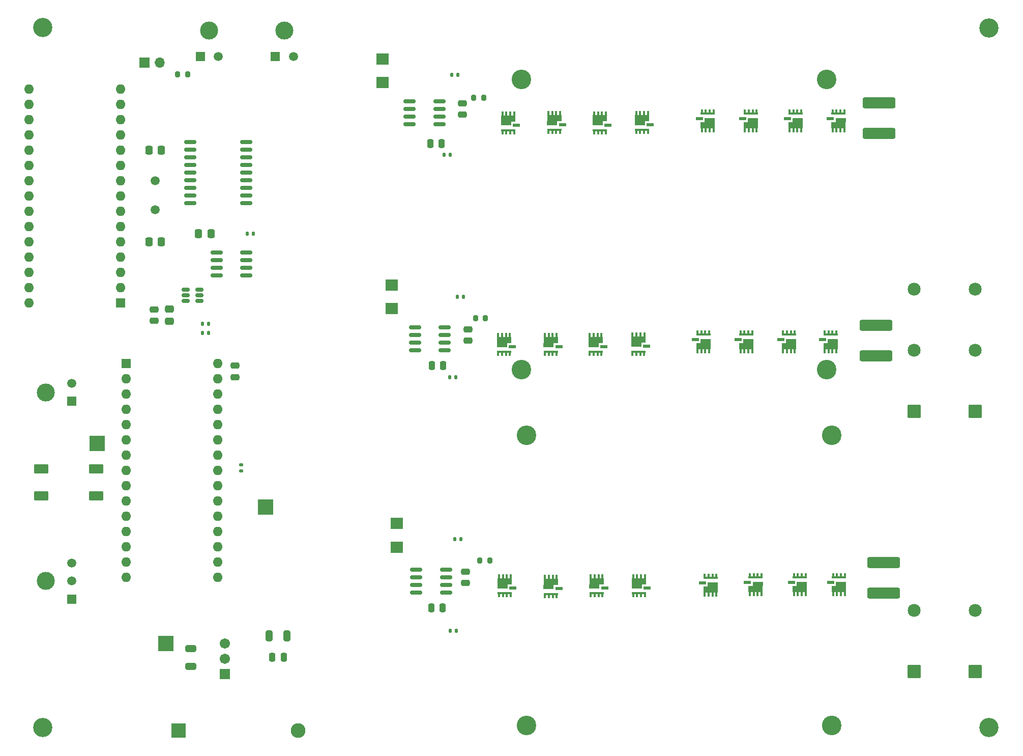
<source format=gbr>
%TF.GenerationSoftware,KiCad,Pcbnew,8.0.6*%
%TF.CreationDate,2025-02-10T16:04:45-08:00*%
%TF.ProjectId,Urban MC,55726261-6e20-44d4-932e-6b696361645f,rev?*%
%TF.SameCoordinates,Original*%
%TF.FileFunction,Soldermask,Top*%
%TF.FilePolarity,Negative*%
%FSLAX46Y46*%
G04 Gerber Fmt 4.6, Leading zero omitted, Abs format (unit mm)*
G04 Created by KiCad (PCBNEW 8.0.6) date 2025-02-10 16:04:45*
%MOMM*%
%LPD*%
G01*
G04 APERTURE LIST*
G04 Aperture macros list*
%AMRoundRect*
0 Rectangle with rounded corners*
0 $1 Rounding radius*
0 $2 $3 $4 $5 $6 $7 $8 $9 X,Y pos of 4 corners*
0 Add a 4 corners polygon primitive as box body*
4,1,4,$2,$3,$4,$5,$6,$7,$8,$9,$2,$3,0*
0 Add four circle primitives for the rounded corners*
1,1,$1+$1,$2,$3*
1,1,$1+$1,$4,$5*
1,1,$1+$1,$6,$7*
1,1,$1+$1,$8,$9*
0 Add four rect primitives between the rounded corners*
20,1,$1+$1,$2,$3,$4,$5,0*
20,1,$1+$1,$4,$5,$6,$7,0*
20,1,$1+$1,$6,$7,$8,$9,0*
20,1,$1+$1,$8,$9,$2,$3,0*%
G04 Aperture macros list end*
%ADD10R,2.500000X2.500000*%
%ADD11R,2.159000X1.955800*%
%ADD12R,1.600000X1.600000*%
%ADD13O,1.600000X1.600000*%
%ADD14R,0.352929X0.699409*%
%ADD15R,0.350530X0.697086*%
%ADD16R,0.350126X0.696498*%
%ADD17R,0.350020X0.696562*%
%ADD18R,2.410000X0.988448*%
%ADD19R,1.680000X0.665000*%
%ADD20R,2.360000X0.408068*%
%ADD21R,0.410000X0.805448*%
%ADD22R,0.409998X0.805000*%
%ADD23R,0.410000X0.805000*%
%ADD24R,1.160000X0.560000*%
%ADD25C,3.250000*%
%ADD26RoundRect,0.250000X-0.250000X-0.475000X0.250000X-0.475000X0.250000X0.475000X-0.250000X0.475000X0*%
%ADD27RoundRect,0.135000X-0.135000X-0.185000X0.135000X-0.185000X0.135000X0.185000X-0.135000X0.185000X0*%
%ADD28R,1.520000X1.520000*%
%ADD29C,1.520000*%
%ADD30C,2.999999*%
%ADD31RoundRect,0.200000X-0.200000X-0.275000X0.200000X-0.275000X0.200000X0.275000X-0.200000X0.275000X0*%
%ADD32C,1.500000*%
%ADD33RoundRect,0.102000X0.975000X-0.975000X0.975000X0.975000X-0.975000X0.975000X-0.975000X-0.975000X0*%
%ADD34C,2.154000*%
%ADD35RoundRect,0.250000X0.337500X0.475000X-0.337500X0.475000X-0.337500X-0.475000X0.337500X-0.475000X0*%
%ADD36RoundRect,0.250000X2.450000X-0.650000X2.450000X0.650000X-2.450000X0.650000X-2.450000X-0.650000X0*%
%ADD37C,3.200000*%
%ADD38R,1.700000X1.700000*%
%ADD39O,1.700000X1.700000*%
%ADD40RoundRect,0.250000X-0.475000X0.250000X-0.475000X-0.250000X0.475000X-0.250000X0.475000X0.250000X0*%
%ADD41RoundRect,0.250000X0.475000X-0.250000X0.475000X0.250000X-0.475000X0.250000X-0.475000X-0.250000X0*%
%ADD42RoundRect,0.150000X-0.825000X-0.150000X0.825000X-0.150000X0.825000X0.150000X-0.825000X0.150000X0*%
%ADD43RoundRect,0.150000X-0.875000X-0.150000X0.875000X-0.150000X0.875000X0.150000X-0.875000X0.150000X0*%
%ADD44RoundRect,0.200000X0.200000X0.275000X-0.200000X0.275000X-0.200000X-0.275000X0.200000X-0.275000X0*%
%ADD45RoundRect,0.135000X0.185000X-0.135000X0.185000X0.135000X-0.185000X0.135000X-0.185000X-0.135000X0*%
%ADD46RoundRect,0.250000X0.325000X0.650000X-0.325000X0.650000X-0.325000X-0.650000X0.325000X-0.650000X0*%
%ADD47RoundRect,0.250000X0.250000X0.475000X-0.250000X0.475000X-0.250000X-0.475000X0.250000X-0.475000X0*%
%ADD48RoundRect,0.150000X-0.512500X-0.150000X0.512500X-0.150000X0.512500X0.150000X-0.512500X0.150000X0*%
%ADD49RoundRect,0.250000X0.475000X-0.337500X0.475000X0.337500X-0.475000X0.337500X-0.475000X-0.337500X0*%
%ADD50RoundRect,0.102000X-1.125000X-1.125000X1.125000X-1.125000X1.125000X1.125000X-1.125000X1.125000X0*%
%ADD51C,2.454000*%
%ADD52RoundRect,0.250000X-0.650000X0.325000X-0.650000X-0.325000X0.650000X-0.325000X0.650000X0.325000X0*%
%ADD53RoundRect,0.102000X1.050000X0.700000X-1.050000X0.700000X-1.050000X-0.700000X1.050000X-0.700000X0*%
%ADD54RoundRect,0.102000X0.754000X-0.754000X0.754000X0.754000X-0.754000X0.754000X-0.754000X-0.754000X0*%
%ADD55C,1.712000*%
G04 APERTURE END LIST*
D10*
%TO.C,TP3-48V*%
X134112000Y-112649000D03*
%TD*%
%TO.C,TP2-12V*%
X117475000Y-135382000D03*
%TD*%
%TO.C,TP1-5V*%
X106045000Y-102108000D03*
%TD*%
D11*
%TO.C,D3*%
X155937643Y-115405467D03*
X155937643Y-119342467D03*
%TD*%
%TO.C,D2*%
X155067000Y-75755500D03*
X155067000Y-79692500D03*
%TD*%
%TO.C,D1*%
X153543000Y-38173500D03*
X153543000Y-42110500D03*
%TD*%
D12*
%TO.C,A2-CAN*%
X109982000Y-78740000D03*
D13*
X109982000Y-76200000D03*
X109982000Y-73660000D03*
X109982000Y-71120000D03*
X109982000Y-68580000D03*
X109982000Y-66040000D03*
X109982000Y-63500000D03*
X109982000Y-60960000D03*
X109982000Y-58420000D03*
X109982000Y-55880000D03*
X109982000Y-53340000D03*
X109982000Y-50800000D03*
X109982000Y-48260000D03*
X109982000Y-45720000D03*
X109982000Y-43180000D03*
X94742000Y-43180000D03*
X94742000Y-45720000D03*
X94742000Y-48260000D03*
X94742000Y-50800000D03*
X94742000Y-53340000D03*
X94742000Y-55880000D03*
X94742000Y-58420000D03*
X94742000Y-60960000D03*
X94742000Y-63500000D03*
X94742000Y-66040000D03*
X94742000Y-68580000D03*
X94742000Y-71120000D03*
X94742000Y-73660000D03*
X94742000Y-76200000D03*
X94742000Y-78740000D03*
%TD*%
D12*
%TO.C,A1-Motor Control*%
X110871000Y-88773000D03*
D13*
X110871000Y-91313000D03*
X110871000Y-93853000D03*
X110871000Y-96393000D03*
X110871000Y-98933000D03*
X110871000Y-101473000D03*
X110871000Y-104013000D03*
X110871000Y-106553000D03*
X110871000Y-109093000D03*
X110871000Y-111633000D03*
X110871000Y-114173000D03*
X110871000Y-116713000D03*
X110871000Y-119253000D03*
X110871000Y-121793000D03*
X110871000Y-124333000D03*
X126111000Y-124333000D03*
X126111000Y-121793000D03*
X126111000Y-119253000D03*
X126111000Y-116713000D03*
X126111000Y-114173000D03*
X126111000Y-111633000D03*
X126111000Y-109093000D03*
X126111000Y-106553000D03*
X126111000Y-104013000D03*
X126111000Y-101473000D03*
X126111000Y-98933000D03*
X126111000Y-96393000D03*
X126111000Y-93853000D03*
X126111000Y-91313000D03*
X126111000Y-88773000D03*
%TD*%
D14*
%TO.C,Q17*%
X174886013Y-124208374D03*
D15*
X173585428Y-124209504D03*
D16*
X174235079Y-124209721D03*
D17*
X172935140Y-124209752D03*
D18*
X173910143Y-125052243D03*
D19*
X173545143Y-125878967D03*
D20*
X173907643Y-127010501D03*
D21*
X174882643Y-127263743D03*
D22*
X174232642Y-127263967D03*
D23*
X173582643Y-127263967D03*
D22*
X172932644Y-127263967D03*
D24*
X175257643Y-126156467D03*
%TD*%
D25*
%TO.C,HEATSINK*%
X177506000Y-100737252D03*
X177506000Y-148997252D03*
X228306000Y-100737252D03*
X228306000Y-148997252D03*
%TD*%
D26*
%TO.C,C3*%
X161483000Y-52207000D03*
X163383000Y-52207000D03*
%TD*%
D27*
%TO.C,R9*%
X164717000Y-91059000D03*
X165737000Y-91059000D03*
%TD*%
D14*
%TO.C,Q18*%
X182541013Y-124315874D03*
D15*
X181240428Y-124317004D03*
D16*
X181890079Y-124317221D03*
D17*
X180590140Y-124317252D03*
D18*
X181565143Y-125159743D03*
D19*
X181200143Y-125986467D03*
D20*
X181562643Y-127118001D03*
D21*
X182537643Y-127371243D03*
D22*
X181887642Y-127371467D03*
D23*
X181237643Y-127371467D03*
D22*
X180587644Y-127371467D03*
D24*
X182912643Y-126263967D03*
%TD*%
D28*
%TO.C,HallConnectors1*%
X101855999Y-127967999D03*
D29*
X101855999Y-124968000D03*
X101855999Y-121968001D03*
D30*
X97536000Y-124968000D03*
%TD*%
D31*
%TO.C,R11*%
X169736000Y-121539000D03*
X171386000Y-121539000D03*
%TD*%
D14*
%TO.C,Q9*%
X197118013Y-84019204D03*
D15*
X195817428Y-84020334D03*
D16*
X196467079Y-84020551D03*
D17*
X195167140Y-84020582D03*
D18*
X196142143Y-84863073D03*
D19*
X195777143Y-85689797D03*
D20*
X196139643Y-86821331D03*
D21*
X197114643Y-87074573D03*
D22*
X196464642Y-87074797D03*
D23*
X195814643Y-87074797D03*
D22*
X195164644Y-87074797D03*
D24*
X197489643Y-85967297D03*
%TD*%
D27*
%TO.C,R4*%
X131062000Y-67183000D03*
X132082000Y-67183000D03*
%TD*%
D14*
%TO.C,Q14*%
X213123242Y-86762365D03*
D15*
X214423827Y-86761235D03*
D16*
X213774176Y-86761018D03*
D17*
X215074115Y-86760987D03*
D18*
X214099112Y-85918496D03*
D19*
X214464112Y-85091772D03*
D20*
X214101612Y-83960238D03*
D21*
X213126612Y-83706996D03*
D22*
X213776613Y-83706772D03*
D23*
X214426612Y-83706772D03*
D22*
X215076611Y-83706772D03*
D24*
X212751612Y-84814272D03*
%TD*%
D14*
%TO.C,Q21*%
X207178606Y-127259093D03*
D15*
X208479191Y-127257963D03*
D16*
X207829540Y-127257746D03*
D17*
X209129479Y-127257715D03*
D18*
X208154476Y-126415224D03*
D19*
X208519476Y-125588500D03*
D20*
X208156976Y-124456966D03*
D21*
X207181976Y-124203724D03*
D22*
X207831977Y-124203500D03*
D23*
X208481976Y-124203500D03*
D22*
X209131975Y-124203500D03*
D24*
X206806976Y-125311000D03*
%TD*%
D14*
%TO.C,Q12*%
X174752870Y-84070907D03*
D15*
X173452285Y-84072037D03*
D16*
X174101936Y-84072254D03*
D17*
X172801997Y-84072285D03*
D18*
X173777000Y-84914776D03*
D19*
X173412000Y-85741500D03*
D20*
X173774500Y-86873034D03*
D21*
X174749500Y-87126276D03*
D22*
X174099499Y-87126500D03*
D23*
X173449500Y-87126500D03*
D22*
X172799501Y-87126500D03*
D24*
X175124500Y-86019000D03*
%TD*%
D32*
%TO.C,Y1*%
X115697000Y-58383000D03*
X115697000Y-63263000D03*
%TD*%
D33*
%TO.C,J4*%
X242062000Y-140047500D03*
D34*
X242062000Y-129887500D03*
D33*
X252222000Y-140047500D03*
D34*
X252222000Y-129887500D03*
%TD*%
D26*
%TO.C,C11*%
X161657643Y-129438967D03*
X163557643Y-129438967D03*
%TD*%
D14*
%TO.C,Q10*%
X189992870Y-84070907D03*
D15*
X188692285Y-84072037D03*
D16*
X189341936Y-84072254D03*
D17*
X188041997Y-84072285D03*
D18*
X189017000Y-84914776D03*
D19*
X188652000Y-85741500D03*
D20*
X189014500Y-86873034D03*
D21*
X189989500Y-87126276D03*
D22*
X189339499Y-87126500D03*
D23*
X188689500Y-87126500D03*
D22*
X188039501Y-87126500D03*
D24*
X190364500Y-86019000D03*
%TD*%
D14*
%TO.C,Q8*%
X228466130Y-50011559D03*
D15*
X229766715Y-50010429D03*
D16*
X229117064Y-50010212D03*
D17*
X230417003Y-50010181D03*
D18*
X229442000Y-49167690D03*
D19*
X229807000Y-48340966D03*
D20*
X229444500Y-47209432D03*
D21*
X228469500Y-46956190D03*
D22*
X229119501Y-46955966D03*
D23*
X229769500Y-46955966D03*
D22*
X230419499Y-46955966D03*
D24*
X228094500Y-48063466D03*
%TD*%
D35*
%TO.C,C2*%
X124989500Y-67183000D03*
X122914500Y-67183000D03*
%TD*%
D36*
%TO.C,C13*%
X236982000Y-127010000D03*
X236982000Y-121910000D03*
%TD*%
D14*
%TO.C,Q13*%
X205970460Y-86755407D03*
D15*
X207271045Y-86754277D03*
D16*
X206621394Y-86754060D03*
D17*
X207921333Y-86754029D03*
D18*
X206946330Y-85911538D03*
D19*
X207311330Y-85084814D03*
D20*
X206948830Y-83953280D03*
D21*
X205973830Y-83700038D03*
D22*
X206623831Y-83699814D03*
D23*
X207273830Y-83699814D03*
D22*
X207923829Y-83699814D03*
D24*
X205598830Y-84807314D03*
%TD*%
D37*
%TO.C,REF\u002A\u002A*%
X97028000Y-149352000D03*
%TD*%
D31*
%TO.C,R8*%
X169038000Y-81280000D03*
X170688000Y-81280000D03*
%TD*%
D14*
%TO.C,Q19*%
X190161013Y-124208374D03*
D15*
X188860428Y-124209504D03*
D16*
X189510079Y-124209721D03*
D17*
X188210140Y-124209752D03*
D18*
X189185143Y-125052243D03*
D19*
X188820143Y-125878967D03*
D20*
X189182643Y-127010501D03*
D21*
X190157643Y-127263743D03*
D22*
X189507642Y-127263967D03*
D23*
X188857643Y-127263967D03*
D22*
X188207644Y-127263967D03*
D24*
X190532643Y-126156467D03*
%TD*%
D38*
%TO.C,SW1*%
X113916577Y-38750639D03*
D39*
X116456577Y-38750639D03*
%TD*%
D40*
%TO.C,C1*%
X129032000Y-89159000D03*
X129032000Y-91059000D03*
%TD*%
D37*
%TO.C,REF\u002A\u002A*%
X254508000Y-33020000D03*
%TD*%
D41*
%TO.C,C4*%
X166878000Y-47442000D03*
X166878000Y-45542000D03*
%TD*%
D37*
%TO.C,REF\u002A\u002A*%
X97028000Y-32893000D03*
%TD*%
D42*
%TO.C,G2*%
X158942000Y-82804000D03*
X158942000Y-84074000D03*
X158942000Y-85344000D03*
X158942000Y-86614000D03*
X163892000Y-86614000D03*
X163892000Y-85344000D03*
X163892000Y-84074000D03*
X163892000Y-82804000D03*
%TD*%
D43*
%TO.C,U3*%
X121588000Y-51943000D03*
X121588000Y-53213000D03*
X121588000Y-54483000D03*
X121588000Y-55753000D03*
X121588000Y-57023000D03*
X121588000Y-58293000D03*
X121588000Y-59563000D03*
X121588000Y-60833000D03*
X121588000Y-62103000D03*
X130888000Y-62103000D03*
X130888000Y-60833000D03*
X130888000Y-59563000D03*
X130888000Y-58293000D03*
X130888000Y-57023000D03*
X130888000Y-55753000D03*
X130888000Y-54483000D03*
X130888000Y-53213000D03*
X130888000Y-51943000D03*
%TD*%
D14*
%TO.C,Q11*%
X182525370Y-84070907D03*
D15*
X181224785Y-84072037D03*
D16*
X181874436Y-84072254D03*
D17*
X180574497Y-84072285D03*
D18*
X181549500Y-84914776D03*
D19*
X181184500Y-85741500D03*
D20*
X181547000Y-86873034D03*
D21*
X182522000Y-87126276D03*
D22*
X181871999Y-87126500D03*
D23*
X181222000Y-87126500D03*
D22*
X180572001Y-87126500D03*
D24*
X182897000Y-86019000D03*
%TD*%
D14*
%TO.C,Q4*%
X197722894Y-47170373D03*
D15*
X196422309Y-47171503D03*
D16*
X197071960Y-47171720D03*
D17*
X195772021Y-47171751D03*
D18*
X196747024Y-48014242D03*
D19*
X196382024Y-48840966D03*
D20*
X196744524Y-49972500D03*
D21*
X197719524Y-50225742D03*
D22*
X197069523Y-50225966D03*
D23*
X196419524Y-50225966D03*
D22*
X195769525Y-50225966D03*
D24*
X198094524Y-49118466D03*
%TD*%
D42*
%TO.C,G3*%
X159177643Y-123088967D03*
X159177643Y-124358967D03*
X159177643Y-125628967D03*
X159177643Y-126898967D03*
X164127643Y-126898967D03*
X164127643Y-125628967D03*
X164127643Y-124358967D03*
X164127643Y-123088967D03*
%TD*%
D44*
%TO.C,R1*%
X121096577Y-40725639D03*
X119446577Y-40725639D03*
%TD*%
D28*
%TO.C,J1*%
X123216425Y-37725788D03*
D29*
X126216424Y-37725788D03*
D30*
X124716425Y-33405789D03*
%TD*%
D27*
%TO.C,R10*%
X165587643Y-118008967D03*
X166607643Y-118008967D03*
%TD*%
%TO.C,R14*%
X123569000Y-83693000D03*
X124589000Y-83693000D03*
%TD*%
D36*
%TO.C,C10*%
X235712000Y-87513000D03*
X235712000Y-82413000D03*
%TD*%
D14*
%TO.C,Q23*%
X222012204Y-127128900D03*
D15*
X223312789Y-127127770D03*
D16*
X222663138Y-127127553D03*
D17*
X223963077Y-127127522D03*
D18*
X222988074Y-126285031D03*
D19*
X223353074Y-125458307D03*
D20*
X222990574Y-124326773D03*
D21*
X222015574Y-124073531D03*
D22*
X222665575Y-124073307D03*
D23*
X223315574Y-124073307D03*
D22*
X223965573Y-124073307D03*
D24*
X221640574Y-125180807D03*
%TD*%
D14*
%TO.C,Q16*%
X227132130Y-86774369D03*
D15*
X228432715Y-86773239D03*
D16*
X227783064Y-86773022D03*
D17*
X229083003Y-86772991D03*
D18*
X228108000Y-85930500D03*
D19*
X228473000Y-85103776D03*
D20*
X228110500Y-83972242D03*
D21*
X227135500Y-83719000D03*
D22*
X227785501Y-83718776D03*
D23*
X228435500Y-83718776D03*
D22*
X229085499Y-83718776D03*
D24*
X226760500Y-84826276D03*
%TD*%
D25*
%TO.C,HEATSINK*%
X176687000Y-41574000D03*
X176687000Y-89834000D03*
X227487000Y-41574000D03*
X227487000Y-89834000D03*
%TD*%
D14*
%TO.C,Q3*%
X190726569Y-47192562D03*
D15*
X189425984Y-47193692D03*
D16*
X190075635Y-47193909D03*
D17*
X188775696Y-47193940D03*
D18*
X189750699Y-48036431D03*
D19*
X189385699Y-48863155D03*
D20*
X189748199Y-49994689D03*
D21*
X190723199Y-50247931D03*
D22*
X190073198Y-50248155D03*
D23*
X189423199Y-50248155D03*
D22*
X188773200Y-50248155D03*
D24*
X191098199Y-49140655D03*
%TD*%
D27*
%TO.C,R5*%
X163828000Y-54102000D03*
X164848000Y-54102000D03*
%TD*%
D41*
%TO.C,C12*%
X167367643Y-125308967D03*
X167367643Y-123408967D03*
%TD*%
D42*
%TO.C,U1*%
X125922000Y-70358000D03*
X125922000Y-71628000D03*
X125922000Y-72898000D03*
X125922000Y-74168000D03*
X130872000Y-74168000D03*
X130872000Y-72898000D03*
X130872000Y-71628000D03*
X130872000Y-70358000D03*
%TD*%
D45*
%TO.C,R6*%
X130048000Y-106684000D03*
X130048000Y-105664000D03*
%TD*%
D14*
%TO.C,Q15*%
X220212439Y-86774369D03*
D15*
X221513024Y-86773239D03*
D16*
X220863373Y-86773022D03*
D17*
X222163312Y-86772991D03*
D18*
X221188309Y-85930500D03*
D19*
X221553309Y-85103776D03*
D20*
X221190809Y-83972242D03*
D21*
X220215809Y-83719000D03*
D22*
X220865810Y-83718776D03*
D23*
X221515809Y-83718776D03*
D22*
X222165808Y-83718776D03*
D24*
X219840809Y-84826276D03*
%TD*%
D41*
%TO.C,C8*%
X167767000Y-85024000D03*
X167767000Y-83124000D03*
%TD*%
%TO.C,C18*%
X115570000Y-81722000D03*
X115570000Y-79822000D03*
%TD*%
D33*
%TO.C,J3*%
X242062000Y-96774000D03*
D34*
X242062000Y-86614000D03*
X242062000Y-76454000D03*
D33*
X252222000Y-96774000D03*
D34*
X252222000Y-86614000D03*
X252222000Y-76454000D03*
%TD*%
D46*
%TO.C,C15*%
X137619000Y-134112000D03*
X134669000Y-134112000D03*
%TD*%
D27*
%TO.C,R2*%
X165098000Y-40767000D03*
X166118000Y-40767000D03*
%TD*%
%TO.C,R7*%
X165987000Y-77724000D03*
X167007000Y-77724000D03*
%TD*%
D31*
%TO.C,R3*%
X168720000Y-44577000D03*
X170370000Y-44577000D03*
%TD*%
D14*
%TO.C,Q5*%
X206690106Y-50043093D03*
D15*
X207990691Y-50041963D03*
D16*
X207341040Y-50041746D03*
D17*
X208640979Y-50041715D03*
D18*
X207665976Y-49199224D03*
D19*
X208030976Y-48372500D03*
D20*
X207668476Y-47240966D03*
D21*
X206693476Y-46987724D03*
D22*
X207343477Y-46987500D03*
D23*
X207993476Y-46987500D03*
D22*
X208643475Y-46987500D03*
D24*
X206318476Y-48095000D03*
%TD*%
D37*
%TO.C,REF\u002A\u002A*%
X254508000Y-149352000D03*
%TD*%
D27*
%TO.C,R12*%
X164827643Y-133248967D03*
X165847643Y-133248967D03*
%TD*%
D35*
%TO.C,C9*%
X116734500Y-68543000D03*
X114659500Y-68543000D03*
%TD*%
D14*
%TO.C,Q24*%
X228541707Y-127140915D03*
D15*
X229842292Y-127139785D03*
D16*
X229192641Y-127139568D03*
D17*
X230492580Y-127139537D03*
D18*
X229517577Y-126297046D03*
D19*
X229882577Y-125470322D03*
D20*
X229520077Y-124338788D03*
D21*
X228545077Y-124085546D03*
D22*
X229195078Y-124085322D03*
D23*
X229845077Y-124085322D03*
D22*
X230495076Y-124085322D03*
D24*
X228170077Y-125192822D03*
%TD*%
D28*
%TO.C,J2*%
X135709506Y-37739236D03*
D29*
X138709505Y-37739236D03*
D30*
X137209506Y-33419237D03*
%TD*%
D26*
%TO.C,C6*%
X161737000Y-89154000D03*
X163637000Y-89154000D03*
%TD*%
D14*
%TO.C,Q1*%
X175465137Y-47213240D03*
D15*
X174164552Y-47214370D03*
D16*
X174814203Y-47214587D03*
D17*
X173514264Y-47214618D03*
D18*
X174489267Y-48057109D03*
D19*
X174124267Y-48883833D03*
D20*
X174486767Y-50015367D03*
D21*
X175461767Y-50268609D03*
D22*
X174811766Y-50268833D03*
D23*
X174161767Y-50268833D03*
D22*
X173511768Y-50268833D03*
D24*
X175836767Y-49161333D03*
%TD*%
D14*
%TO.C,Q22*%
X214671749Y-127157060D03*
D15*
X215972334Y-127155930D03*
D16*
X215322683Y-127155713D03*
D17*
X216622622Y-127155682D03*
D18*
X215647619Y-126313191D03*
D19*
X216012619Y-125486467D03*
D20*
X215650119Y-124354933D03*
D21*
X214675119Y-124101691D03*
D22*
X215325120Y-124101467D03*
D23*
X215975119Y-124101467D03*
D22*
X216625118Y-124101467D03*
D24*
X214300119Y-125208967D03*
%TD*%
D47*
%TO.C,C14*%
X137094000Y-137668000D03*
X135194000Y-137668000D03*
%TD*%
D14*
%TO.C,Q20*%
X197228513Y-124208374D03*
D15*
X195927928Y-124209504D03*
D16*
X196577579Y-124209721D03*
D17*
X195277640Y-124209752D03*
D18*
X196252643Y-125052243D03*
D19*
X195887643Y-125878967D03*
D20*
X196250143Y-127010501D03*
D21*
X197225143Y-127263743D03*
D22*
X196575142Y-127263967D03*
D23*
X195925143Y-127263967D03*
D22*
X195275144Y-127263967D03*
D24*
X197600143Y-126156467D03*
%TD*%
D42*
%TO.C,G1*%
X158053000Y-45222000D03*
X158053000Y-46492000D03*
X158053000Y-47762000D03*
X158053000Y-49032000D03*
X163003000Y-49032000D03*
X163003000Y-47762000D03*
X163003000Y-46492000D03*
X163003000Y-45222000D03*
%TD*%
D48*
%TO.C,U2*%
X120782500Y-76520000D03*
X120782500Y-77470000D03*
X120782500Y-78420000D03*
X123057500Y-78420000D03*
X123057500Y-77470000D03*
X123057500Y-76520000D03*
%TD*%
D49*
%TO.C,C17*%
X118110000Y-81809500D03*
X118110000Y-79734500D03*
%TD*%
D28*
%TO.C,HallPowerInput1*%
X101855999Y-95099000D03*
D29*
X101855999Y-92099001D03*
D30*
X97536000Y-93599000D03*
%TD*%
D36*
%TO.C,C5*%
X236220000Y-50556000D03*
X236220000Y-45456000D03*
%TD*%
D14*
%TO.C,Q6*%
X213861130Y-50011559D03*
D15*
X215161715Y-50010429D03*
D16*
X214512064Y-50010212D03*
D17*
X215812003Y-50010181D03*
D18*
X214837000Y-49167690D03*
D19*
X215202000Y-48340966D03*
D20*
X214839500Y-47209432D03*
D21*
X213864500Y-46956190D03*
D22*
X214514501Y-46955966D03*
D23*
X215164500Y-46955966D03*
D22*
X215814499Y-46955966D03*
D24*
X213489500Y-48063466D03*
%TD*%
D50*
%TO.C,D4*%
X119590000Y-149860000D03*
D51*
X139490000Y-149860000D03*
%TD*%
D52*
%TO.C,C16*%
X121666000Y-136193000D03*
X121666000Y-139143000D03*
%TD*%
D14*
%TO.C,Q2*%
X183117894Y-47167676D03*
D15*
X181817309Y-47168806D03*
D16*
X182466960Y-47169023D03*
D17*
X181167021Y-47169054D03*
D18*
X182142024Y-48011545D03*
D19*
X181777024Y-48838269D03*
D20*
X182139524Y-49969803D03*
D21*
X183114524Y-50223045D03*
D22*
X182464523Y-50223269D03*
D23*
X181814524Y-50223269D03*
D22*
X181164525Y-50223269D03*
D24*
X183489524Y-49115769D03*
%TD*%
D27*
%TO.C,R13*%
X123569000Y-82169000D03*
X124589000Y-82169000D03*
%TD*%
D35*
%TO.C,C7*%
X116734500Y-53340000D03*
X114659500Y-53340000D03*
%TD*%
D14*
%TO.C,Q7*%
X221295106Y-50043093D03*
D15*
X222595691Y-50041963D03*
D16*
X221946040Y-50041746D03*
D17*
X223245979Y-50041715D03*
D18*
X222270976Y-49199224D03*
D19*
X222635976Y-48372500D03*
D20*
X222273476Y-47240966D03*
D21*
X221298476Y-46987724D03*
D22*
X221948477Y-46987500D03*
D23*
X222598476Y-46987500D03*
D22*
X223248475Y-46987500D03*
D24*
X220923476Y-48095000D03*
%TD*%
D53*
%TO.C,SW2*%
X105862500Y-106299000D03*
X105862500Y-110799000D03*
X96762500Y-110799000D03*
X96762500Y-106299000D03*
%TD*%
D54*
%TO.C,U4*%
X127290000Y-140458000D03*
D55*
X127290000Y-137918000D03*
X127290000Y-135378000D03*
%TD*%
M02*

</source>
